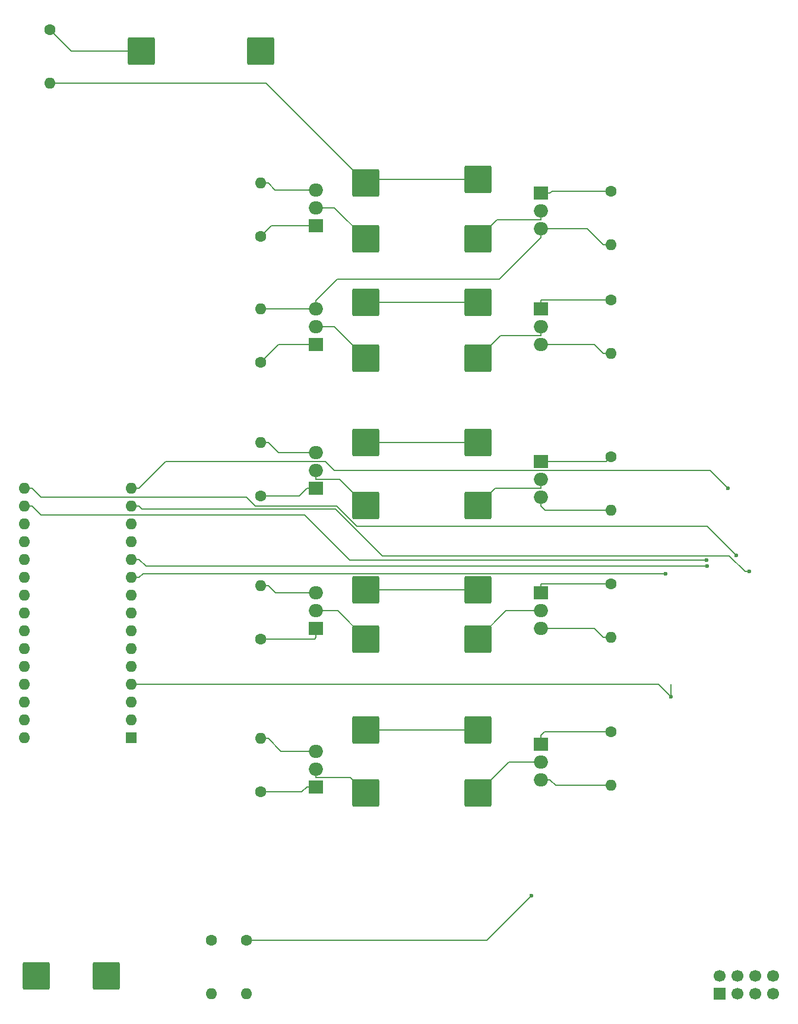
<source format=gbl>
G04 #@! TF.GenerationSoftware,KiCad,Pcbnew,9.0.1*
G04 #@! TF.CreationDate,2025-05-09T02:34:20+02:00*
G04 #@! TF.ProjectId,receiver_battery,72656365-6976-4657-925f-626174746572,rev?*
G04 #@! TF.SameCoordinates,Original*
G04 #@! TF.FileFunction,Copper,L2,Bot*
G04 #@! TF.FilePolarity,Positive*
%FSLAX46Y46*%
G04 Gerber Fmt 4.6, Leading zero omitted, Abs format (unit mm)*
G04 Created by KiCad (PCBNEW 9.0.1) date 2025-05-09 02:34:20*
%MOMM*%
%LPD*%
G01*
G04 APERTURE LIST*
G04 Aperture macros list*
%AMRoundRect*
0 Rectangle with rounded corners*
0 $1 Rounding radius*
0 $2 $3 $4 $5 $6 $7 $8 $9 X,Y pos of 4 corners*
0 Add a 4 corners polygon primitive as box body*
4,1,4,$2,$3,$4,$5,$6,$7,$8,$9,$2,$3,0*
0 Add four circle primitives for the rounded corners*
1,1,$1+$1,$2,$3*
1,1,$1+$1,$4,$5*
1,1,$1+$1,$6,$7*
1,1,$1+$1,$8,$9*
0 Add four rect primitives between the rounded corners*
20,1,$1+$1,$2,$3,$4,$5,0*
20,1,$1+$1,$4,$5,$6,$7,0*
20,1,$1+$1,$6,$7,$8,$9,0*
20,1,$1+$1,$8,$9,$2,$3,0*%
G04 Aperture macros list end*
G04 #@! TA.AperFunction,ComponentPad*
%ADD10R,2.000000X1.905000*%
G04 #@! TD*
G04 #@! TA.AperFunction,ComponentPad*
%ADD11O,2.000000X1.905000*%
G04 #@! TD*
G04 #@! TA.AperFunction,ComponentPad*
%ADD12RoundRect,0.250002X-1.699998X1.699998X-1.699998X-1.699998X1.699998X-1.699998X1.699998X1.699998X0*%
G04 #@! TD*
G04 #@! TA.AperFunction,ComponentPad*
%ADD13C,1.600000*%
G04 #@! TD*
G04 #@! TA.AperFunction,ComponentPad*
%ADD14O,1.600000X1.600000*%
G04 #@! TD*
G04 #@! TA.AperFunction,ComponentPad*
%ADD15RoundRect,0.250002X-1.699998X-1.699998X1.699998X-1.699998X1.699998X1.699998X-1.699998X1.699998X0*%
G04 #@! TD*
G04 #@! TA.AperFunction,ComponentPad*
%ADD16RoundRect,0.250002X1.699998X-1.699998X1.699998X1.699998X-1.699998X1.699998X-1.699998X-1.699998X0*%
G04 #@! TD*
G04 #@! TA.AperFunction,ComponentPad*
%ADD17R,1.600000X1.600000*%
G04 #@! TD*
G04 #@! TA.AperFunction,ComponentPad*
%ADD18R,1.700000X1.700000*%
G04 #@! TD*
G04 #@! TA.AperFunction,ComponentPad*
%ADD19C,1.700000*%
G04 #@! TD*
G04 #@! TA.AperFunction,ViaPad*
%ADD20C,0.600000*%
G04 #@! TD*
G04 #@! TA.AperFunction,Conductor*
%ADD21C,0.200000*%
G04 #@! TD*
G04 APERTURE END LIST*
D10*
G04 #@! TO.P,NPN1_5,1,G*
G04 #@! TO.N,pwm1*
X102000000Y-150000000D03*
D11*
G04 #@! TO.P,NPN1_5,2,D*
G04 #@! TO.N,Net-(NPN1_5-D)*
X102000000Y-152540000D03*
G04 #@! TO.P,NPN1_5,3,S*
G04 #@! TO.N,GND_transformer*
X102000000Y-155080000D03*
G04 #@! TD*
D12*
G04 #@! TO.P,V-led1_4,1,Pin_1*
G04 #@! TO.N,Net-(NPN1_4-D)*
X93000000Y-135000000D03*
G04 #@! TD*
D10*
G04 #@! TO.P,NPN2_3,1,G*
G04 #@! TO.N,pwm2*
X69945000Y-113540000D03*
D11*
G04 #@! TO.P,NPN2_3,2,D*
G04 #@! TO.N,Net-(NPN2_3-D)*
X69945000Y-111000000D03*
G04 #@! TO.P,NPN2_3,3,S*
G04 #@! TO.N,GND_transformer*
X69945000Y-108460000D03*
G04 #@! TD*
D13*
G04 #@! TO.P,PullDown2_3,1*
G04 #@! TO.N,pwm2*
X62000000Y-114620000D03*
D14*
G04 #@! TO.P,PullDown2_3,2*
G04 #@! TO.N,GND_transformer*
X62000000Y-107000000D03*
G04 #@! TD*
D15*
G04 #@! TO.P,V+_transformer1,1,Pin_1*
G04 #@! TO.N,Net-(V+_transformer1-Pin_1)*
X45000000Y-51190000D03*
G04 #@! TD*
D13*
G04 #@! TO.P,PullDown1_3,1*
G04 #@! TO.N,pwm1*
X112000000Y-109000000D03*
D14*
G04 #@! TO.P,PullDown1_3,2*
G04 #@! TO.N,GND_transformer*
X112000000Y-116620000D03*
G04 #@! TD*
D13*
G04 #@! TO.P,R2,1*
G04 #@! TO.N,pwm1*
X60000000Y-178000000D03*
D14*
G04 #@! TO.P,R2,2*
G04 #@! TO.N,Net-(A1-D3)*
X60000000Y-185620000D03*
G04 #@! TD*
D16*
G04 #@! TO.P,V-led2_3,1,Pin_1*
G04 #@! TO.N,Net-(NPN2_3-D)*
X77000000Y-116000000D03*
G04 #@! TD*
D13*
G04 #@! TO.P,PullDown2_1,1*
G04 #@! TO.N,pwm2*
X62000000Y-77620000D03*
D14*
G04 #@! TO.P,PullDown2_1,2*
G04 #@! TO.N,GND_transformer*
X62000000Y-70000000D03*
G04 #@! TD*
D12*
G04 #@! TO.P,V-led1_3,1,Pin_1*
G04 #@! TO.N,Net-(NPN1_3-D)*
X93000000Y-116000000D03*
G04 #@! TD*
D16*
G04 #@! TO.P,V+led2_3,1,Pin_1*
G04 #@! TO.N,VCC*
X77000000Y-107000000D03*
G04 #@! TD*
G04 #@! TO.P,V+led2_1,1,Pin_1*
G04 #@! TO.N,VCC*
X77000000Y-70000000D03*
G04 #@! TD*
D10*
G04 #@! TO.P,NPN1_2,1,G*
G04 #@! TO.N,pwm1*
X102000000Y-88000000D03*
D11*
G04 #@! TO.P,NPN1_2,2,D*
G04 #@! TO.N,Net-(NPN1_2-D)*
X102000000Y-90540000D03*
G04 #@! TO.P,NPN1_2,3,S*
G04 #@! TO.N,GND_transformer*
X102000000Y-93080000D03*
G04 #@! TD*
D13*
G04 #@! TO.P,PullDown2_5,1*
G04 #@! TO.N,pwm2*
X62000000Y-156810000D03*
D14*
G04 #@! TO.P,PullDown2_5,2*
G04 #@! TO.N,GND_transformer*
X62000000Y-149190000D03*
G04 #@! TD*
D13*
G04 #@! TO.P,PullDown1_1,1*
G04 #@! TO.N,pwm1*
X112000000Y-71190000D03*
D14*
G04 #@! TO.P,PullDown1_1,2*
G04 #@! TO.N,GND_transformer*
X112000000Y-78810000D03*
G04 #@! TD*
D15*
G04 #@! TO.P,V-_transformer1,1,Pin_1*
G04 #@! TO.N,GND_transformer*
X62000000Y-51190000D03*
G04 #@! TD*
D10*
G04 #@! TO.P,NPN1_1,1,G*
G04 #@! TO.N,pwm1*
X102000000Y-71460000D03*
D11*
G04 #@! TO.P,NPN1_1,2,D*
G04 #@! TO.N,Net-(NPN1_1-D)*
X102000000Y-74000000D03*
G04 #@! TO.P,NPN1_1,3,S*
G04 #@! TO.N,GND_transformer*
X102000000Y-76540000D03*
G04 #@! TD*
D12*
G04 #@! TO.P,V+led1_2,1,Pin_1*
G04 #@! TO.N,VCC*
X93000000Y-87000000D03*
G04 #@! TD*
D10*
G04 #@! TO.P,NPN1_3,1,G*
G04 #@! TO.N,pwm1*
X102000000Y-109730000D03*
D11*
G04 #@! TO.P,NPN1_3,2,D*
G04 #@! TO.N,Net-(NPN1_3-D)*
X102000000Y-112270000D03*
G04 #@! TO.P,NPN1_3,3,S*
G04 #@! TO.N,GND_transformer*
X102000000Y-114810000D03*
G04 #@! TD*
D13*
G04 #@! TO.P,R3,1*
G04 #@! TO.N,pwm2*
X55000000Y-178000000D03*
D14*
G04 #@! TO.P,R3,2*
G04 #@! TO.N,Net-(A1-D5)*
X55000000Y-185620000D03*
G04 #@! TD*
D16*
G04 #@! TO.P,V-led2_1,1,Pin_1*
G04 #@! TO.N,Net-(NPN2_1-D)*
X77000000Y-78000000D03*
G04 #@! TD*
D13*
G04 #@! TO.P,PullDown1_5,1*
G04 #@! TO.N,pwm1*
X112000000Y-148270000D03*
D14*
G04 #@! TO.P,PullDown1_5,2*
G04 #@! TO.N,GND_transformer*
X112000000Y-155890000D03*
G04 #@! TD*
D12*
G04 #@! TO.P,V+led1_3,1,Pin_1*
G04 #@! TO.N,VCC*
X93000000Y-107000000D03*
G04 #@! TD*
D13*
G04 #@! TO.P,PullDown1_4,1*
G04 #@! TO.N,pwm1*
X112000000Y-127190000D03*
D14*
G04 #@! TO.P,PullDown1_4,2*
G04 #@! TO.N,GND_transformer*
X112000000Y-134810000D03*
G04 #@! TD*
D10*
G04 #@! TO.P,NPN2_4,1,G*
G04 #@! TO.N,pwm2*
X69945000Y-133540000D03*
D11*
G04 #@! TO.P,NPN2_4,2,D*
G04 #@! TO.N,Net-(NPN2_4-D)*
X69945000Y-131000000D03*
G04 #@! TO.P,NPN2_4,3,S*
G04 #@! TO.N,GND_transformer*
X69945000Y-128460000D03*
G04 #@! TD*
D12*
G04 #@! TO.P,V+led1_5,1,Pin_1*
G04 #@! TO.N,VCC*
X93000000Y-148000000D03*
G04 #@! TD*
D10*
G04 #@! TO.P,NPN1_4,1,G*
G04 #@! TO.N,pwm1*
X102000000Y-128460000D03*
D11*
G04 #@! TO.P,NPN1_4,2,D*
G04 #@! TO.N,Net-(NPN1_4-D)*
X102000000Y-131000000D03*
G04 #@! TO.P,NPN1_4,3,S*
G04 #@! TO.N,GND_transformer*
X102000000Y-133540000D03*
G04 #@! TD*
D15*
G04 #@! TO.P,V+_arduino1,1,Pin_1*
G04 #@! TO.N,Net-(A1-VIN)*
X30000000Y-183000000D03*
G04 #@! TD*
D16*
G04 #@! TO.P,V+led2_5,1,Pin_1*
G04 #@! TO.N,VCC*
X77000000Y-148000000D03*
G04 #@! TD*
G04 #@! TO.P,V-led2_5,1,Pin_1*
G04 #@! TO.N,Net-(NPN2_5-D)*
X77000000Y-157000000D03*
G04 #@! TD*
G04 #@! TO.P,V+led2_4,1,Pin_1*
G04 #@! TO.N,VCC*
X77000000Y-128000000D03*
G04 #@! TD*
D15*
G04 #@! TO.P,GND_arduino1,1,Pin_1*
G04 #@! TO.N,Net-(GND_arduino1-Pin_1)*
X40000000Y-183000000D03*
G04 #@! TD*
D12*
G04 #@! TO.P,V-led1_5,1,Pin_1*
G04 #@! TO.N,Net-(NPN1_5-D)*
X93000000Y-157000000D03*
G04 #@! TD*
G04 #@! TO.P,V+led1_1,1,Pin_1*
G04 #@! TO.N,VCC*
X93000000Y-69540000D03*
G04 #@! TD*
G04 #@! TO.P,V+led1_4,1,Pin_1*
G04 #@! TO.N,VCC*
X93000000Y-128000000D03*
G04 #@! TD*
D17*
G04 #@! TO.P,A1,1,D1/TX*
G04 #@! TO.N,unconnected-(A1-D1{slash}TX-Pad1)*
X43610000Y-149080000D03*
D14*
G04 #@! TO.P,A1,2,D0/RX*
G04 #@! TO.N,unconnected-(A1-D0{slash}RX-Pad2)*
X43610000Y-146540000D03*
G04 #@! TO.P,A1,3,~{RESET}*
G04 #@! TO.N,unconnected-(A1-~{RESET}-Pad3)*
X43610000Y-144000000D03*
G04 #@! TO.P,A1,4,GND*
G04 #@! TO.N,Net-(U1-GND)*
X43610000Y-141460000D03*
G04 #@! TO.P,A1,5,D2*
G04 #@! TO.N,unconnected-(A1-D2-Pad5)*
X43610000Y-138920000D03*
G04 #@! TO.P,A1,6,D3*
G04 #@! TO.N,Net-(A1-D3)*
X43610000Y-136380000D03*
G04 #@! TO.P,A1,7,D4*
G04 #@! TO.N,unconnected-(A1-D4-Pad7)*
X43610000Y-133840000D03*
G04 #@! TO.P,A1,8,D5*
G04 #@! TO.N,Net-(A1-D5)*
X43610000Y-131300000D03*
G04 #@! TO.P,A1,9,D6*
G04 #@! TO.N,unconnected-(A1-D6-Pad9)*
X43610000Y-128760000D03*
G04 #@! TO.P,A1,10,D7*
G04 #@! TO.N,Net-(A1-D7)*
X43610000Y-126220000D03*
G04 #@! TO.P,A1,11,D8*
G04 #@! TO.N,Net-(A1-D8)*
X43610000Y-123680000D03*
G04 #@! TO.P,A1,12,D9*
G04 #@! TO.N,unconnected-(A1-D9-Pad12)*
X43610000Y-121140000D03*
G04 #@! TO.P,A1,13,D10*
G04 #@! TO.N,unconnected-(A1-D10-Pad13)*
X43610000Y-118600000D03*
G04 #@! TO.P,A1,14,D11*
G04 #@! TO.N,Net-(A1-D11)*
X43610000Y-116060000D03*
G04 #@! TO.P,A1,15,D12*
G04 #@! TO.N,Net-(A1-D12)*
X43610000Y-113520000D03*
G04 #@! TO.P,A1,16,D13*
G04 #@! TO.N,Net-(A1-D13)*
X28370000Y-113520000D03*
G04 #@! TO.P,A1,17,3V3*
G04 #@! TO.N,Net-(A1-3V3)*
X28370000Y-116060000D03*
G04 #@! TO.P,A1,18,AREF*
G04 #@! TO.N,unconnected-(A1-AREF-Pad18)*
X28370000Y-118600000D03*
G04 #@! TO.P,A1,19,A0*
G04 #@! TO.N,unconnected-(A1-A0-Pad19)*
X28370000Y-121140000D03*
G04 #@! TO.P,A1,20,A1*
G04 #@! TO.N,unconnected-(A1-A1-Pad20)*
X28370000Y-123680000D03*
G04 #@! TO.P,A1,21,A2*
G04 #@! TO.N,unconnected-(A1-A2-Pad21)*
X28370000Y-126220000D03*
G04 #@! TO.P,A1,22,A3*
G04 #@! TO.N,unconnected-(A1-A3-Pad22)*
X28370000Y-128760000D03*
G04 #@! TO.P,A1,23,A4*
G04 #@! TO.N,unconnected-(A1-A4-Pad23)*
X28370000Y-131300000D03*
G04 #@! TO.P,A1,24,A5*
G04 #@! TO.N,unconnected-(A1-A5-Pad24)*
X28370000Y-133840000D03*
G04 #@! TO.P,A1,25,A6*
G04 #@! TO.N,unconnected-(A1-A6-Pad25)*
X28370000Y-136380000D03*
G04 #@! TO.P,A1,26,A7*
G04 #@! TO.N,unconnected-(A1-A7-Pad26)*
X28370000Y-138920000D03*
G04 #@! TO.P,A1,27,+5V*
G04 #@! TO.N,unconnected-(A1-+5V-Pad27)*
X28370000Y-141460000D03*
G04 #@! TO.P,A1,28,~{RESET}*
G04 #@! TO.N,unconnected-(A1-~{RESET}-Pad28)*
X28370000Y-144000000D03*
G04 #@! TO.P,A1,29,GND*
G04 #@! TO.N,Net-(GND_arduino1-Pin_1)*
X28370000Y-146540000D03*
G04 #@! TO.P,A1,30,VIN*
G04 #@! TO.N,Net-(A1-VIN)*
X28370000Y-149080000D03*
G04 #@! TD*
D16*
G04 #@! TO.P,V+led2_2,1,Pin_1*
G04 #@! TO.N,VCC*
X77000000Y-87000000D03*
G04 #@! TD*
G04 #@! TO.P,V-led2_4,1,Pin_1*
G04 #@! TO.N,Net-(NPN2_4-D)*
X77000000Y-135000000D03*
G04 #@! TD*
D12*
G04 #@! TO.P,V-led1_1,1,Pin_1*
G04 #@! TO.N,Net-(NPN1_1-D)*
X93000000Y-78000000D03*
G04 #@! TD*
D18*
G04 #@! TO.P,U1,1,GND*
G04 #@! TO.N,Net-(U1-GND)*
X127460000Y-185540000D03*
D19*
G04 #@! TO.P,U1,2,VCC*
G04 #@! TO.N,Net-(A1-3V3)*
X127460000Y-183000000D03*
G04 #@! TO.P,U1,3,CE*
G04 #@! TO.N,Net-(A1-D7)*
X130000000Y-185540000D03*
G04 #@! TO.P,U1,4,~{CSN}*
G04 #@! TO.N,Net-(A1-D8)*
X130000000Y-183000000D03*
G04 #@! TO.P,U1,5,SCK*
G04 #@! TO.N,Net-(A1-D13)*
X132540000Y-185540000D03*
G04 #@! TO.P,U1,6,MOSI*
G04 #@! TO.N,Net-(A1-D11)*
X132540000Y-183000000D03*
G04 #@! TO.P,U1,7,MISO*
G04 #@! TO.N,Net-(A1-D12)*
X135080000Y-185540000D03*
G04 #@! TO.P,U1,8,IRQ*
G04 #@! TO.N,unconnected-(U1-IRQ-Pad8)*
X135080000Y-183000000D03*
G04 #@! TD*
D13*
G04 #@! TO.P,PullDown1_2,1*
G04 #@! TO.N,pwm1*
X112000000Y-86730000D03*
D14*
G04 #@! TO.P,PullDown1_2,2*
G04 #@! TO.N,GND_transformer*
X112000000Y-94350000D03*
G04 #@! TD*
D10*
G04 #@! TO.P,NPN2_1,1,G*
G04 #@! TO.N,pwm2*
X69945000Y-76080000D03*
D11*
G04 #@! TO.P,NPN2_1,2,D*
G04 #@! TO.N,Net-(NPN2_1-D)*
X69945000Y-73540000D03*
G04 #@! TO.P,NPN2_1,3,S*
G04 #@! TO.N,GND_transformer*
X69945000Y-71000000D03*
G04 #@! TD*
D13*
G04 #@! TO.P,R1,1*
G04 #@! TO.N,Net-(V+_transformer1-Pin_1)*
X32000000Y-48190000D03*
D14*
G04 #@! TO.P,R1,2*
G04 #@! TO.N,VCC*
X32000000Y-55810000D03*
G04 #@! TD*
D10*
G04 #@! TO.P,NPN2_2,1,G*
G04 #@! TO.N,pwm2*
X69945000Y-93080000D03*
D11*
G04 #@! TO.P,NPN2_2,2,D*
G04 #@! TO.N,Net-(NPN2_2-D)*
X69945000Y-90540000D03*
G04 #@! TO.P,NPN2_2,3,S*
G04 #@! TO.N,GND_transformer*
X69945000Y-88000000D03*
G04 #@! TD*
D12*
G04 #@! TO.P,V-led1_2,1,Pin_1*
G04 #@! TO.N,Net-(NPN1_2-D)*
X93000000Y-95000000D03*
G04 #@! TD*
D10*
G04 #@! TO.P,NPN2_5,1,G*
G04 #@! TO.N,pwm2*
X69945000Y-156080000D03*
D11*
G04 #@! TO.P,NPN2_5,2,D*
G04 #@! TO.N,Net-(NPN2_5-D)*
X69945000Y-153540000D03*
G04 #@! TO.P,NPN2_5,3,S*
G04 #@! TO.N,GND_transformer*
X69945000Y-151000000D03*
G04 #@! TD*
D13*
G04 #@! TO.P,PullDown2_4,1*
G04 #@! TO.N,pwm2*
X62000000Y-135000000D03*
D14*
G04 #@! TO.P,PullDown2_4,2*
G04 #@! TO.N,GND_transformer*
X62000000Y-127380000D03*
G04 #@! TD*
D16*
G04 #@! TO.P,V-led2_2,1,Pin_1*
G04 #@! TO.N,Net-(NPN2_2-D)*
X77000000Y-95000000D03*
G04 #@! TD*
D13*
G04 #@! TO.P,PullDown2_2,1*
G04 #@! TO.N,pwm2*
X62000000Y-95620000D03*
D14*
G04 #@! TO.P,PullDown2_2,2*
G04 #@! TO.N,GND_transformer*
X62000000Y-88000000D03*
G04 #@! TD*
D20*
G04 #@! TO.N,Net-(A1-D12)*
X128688300Y-113551500D03*
G04 #@! TO.N,Net-(A1-3V3)*
X125614900Y-123784500D03*
G04 #@! TO.N,Net-(A1-D13)*
X129854100Y-123091200D03*
G04 #@! TO.N,Net-(A1-D11)*
X131668800Y-125413100D03*
G04 #@! TO.N,Net-(A1-D8)*
X125732400Y-124647900D03*
G04 #@! TO.N,pwm1*
X100638500Y-171634200D03*
G04 #@! TO.N,Net-(U1-GND)*
X120541900Y-143205500D03*
G04 #@! TO.N,Net-(A1-D7)*
X119746800Y-125687300D03*
G04 #@! TD*
D21*
G04 #@! TO.N,Net-(A1-D12)*
X72565800Y-110999900D02*
X126136700Y-110999900D01*
X44711700Y-113520000D02*
X48500200Y-109731500D01*
X71297400Y-109731500D02*
X72565800Y-110999900D01*
X126136700Y-110999900D02*
X128688300Y-113551500D01*
X43610000Y-113520000D02*
X44711700Y-113520000D01*
X48500200Y-109731500D02*
X71297400Y-109731500D01*
G04 #@! TO.N,Net-(A1-3V3)*
X28370000Y-116060000D02*
X29471700Y-116060000D01*
X29471700Y-116060000D02*
X30741700Y-117330000D01*
X74734400Y-123784500D02*
X125614900Y-123784500D01*
X68279900Y-117330000D02*
X74734400Y-123784500D01*
X30741700Y-117330000D02*
X68279900Y-117330000D01*
G04 #@! TO.N,pwm2*
X69945000Y-156080000D02*
X68643300Y-156080000D01*
X64540000Y-93080000D02*
X62000000Y-95620000D01*
X67563300Y-114620000D02*
X68643300Y-113540000D01*
X69945000Y-93080000D02*
X64540000Y-93080000D01*
X63540000Y-76080000D02*
X62000000Y-77620000D01*
X62000000Y-156810000D02*
X67913300Y-156810000D01*
X62000000Y-114620000D02*
X67563300Y-114620000D01*
X62000000Y-135000000D02*
X69739200Y-135000000D01*
X69739200Y-135000000D02*
X69945000Y-134794200D01*
X69945000Y-76080000D02*
X63540000Y-76080000D01*
X69945000Y-133540000D02*
X69945000Y-134794200D01*
X69945000Y-113540000D02*
X68643300Y-113540000D01*
X67913300Y-156810000D02*
X68643300Y-156080000D01*
G04 #@! TO.N,Net-(A1-D13)*
X125667600Y-118904700D02*
X75723100Y-118904700D01*
X72878400Y-116060000D02*
X61229300Y-116060000D01*
X59959300Y-114790000D02*
X30741700Y-114790000D01*
X28370000Y-113520000D02*
X29471700Y-113520000D01*
X30741700Y-114790000D02*
X29471700Y-113520000D01*
X61229300Y-116060000D02*
X59959300Y-114790000D01*
X129854100Y-123091200D02*
X125667600Y-118904700D01*
X75723100Y-118904700D02*
X72878400Y-116060000D01*
G04 #@! TO.N,Net-(A1-D11)*
X43610000Y-116060000D02*
X44711700Y-116060000D01*
X128827800Y-123140000D02*
X131100900Y-125413100D01*
X79390400Y-123140000D02*
X128827800Y-123140000D01*
X131100900Y-125413100D02*
X131668800Y-125413100D01*
X45113400Y-116461700D02*
X72712100Y-116461700D01*
X72712100Y-116461700D02*
X79390400Y-123140000D01*
X44711700Y-116060000D02*
X45113400Y-116461700D01*
G04 #@! TO.N,Net-(A1-D8)*
X44711700Y-123680000D02*
X45679600Y-124647900D01*
X45679600Y-124647900D02*
X125732400Y-124647900D01*
X43610000Y-123680000D02*
X44711700Y-123680000D01*
G04 #@! TO.N,pwm1*
X112000000Y-86730000D02*
X102015800Y-86730000D01*
X102000000Y-109730000D02*
X111270000Y-109730000D01*
X102000000Y-88000000D02*
X102000000Y-86745800D01*
X111270000Y-109730000D02*
X112000000Y-109000000D01*
X94272700Y-178000000D02*
X60000000Y-178000000D01*
X112000000Y-148270000D02*
X102475800Y-148270000D01*
X102015800Y-86730000D02*
X102000000Y-86745800D01*
X100638500Y-171634200D02*
X94272700Y-178000000D01*
X102000000Y-128460000D02*
X102000000Y-127205800D01*
X102000000Y-150000000D02*
X102000000Y-148745800D01*
X102000000Y-71460000D02*
X103301700Y-71460000D01*
X102015800Y-127190000D02*
X102000000Y-127205800D01*
X112000000Y-71190000D02*
X103571700Y-71190000D01*
X112000000Y-127190000D02*
X102015800Y-127190000D01*
X103571700Y-71190000D02*
X103301700Y-71460000D01*
X102475800Y-148270000D02*
X102000000Y-148745800D01*
G04 #@! TO.N,Net-(U1-GND)*
X120541900Y-143205500D02*
X120541900Y-141460000D01*
X118796400Y-141460000D02*
X120541900Y-143205500D01*
X43610000Y-141460000D02*
X118796400Y-141460000D01*
X120541900Y-141460000D02*
X120541900Y-143205500D01*
G04 #@! TO.N,Net-(A1-D7)*
X43610000Y-126220000D02*
X44711700Y-126220000D01*
X45244400Y-125687300D02*
X119746800Y-125687300D01*
X44711700Y-126220000D02*
X45244400Y-125687300D01*
G04 #@! TO.N,GND_transformer*
X69945000Y-88000000D02*
X69945000Y-86745800D01*
X102000000Y-155080000D02*
X103200900Y-155080000D01*
X62000000Y-70000000D02*
X63101700Y-70000000D01*
X64181700Y-128460000D02*
X63101700Y-127380000D01*
X102000000Y-114810000D02*
X102000000Y-116064200D01*
X69945000Y-151000000D02*
X64911700Y-151000000D01*
X69945000Y-108460000D02*
X64561700Y-108460000D01*
X102000000Y-76540000D02*
X102000000Y-77794200D01*
X102000000Y-133540000D02*
X109628300Y-133540000D01*
X112000000Y-94350000D02*
X110898300Y-94350000D01*
X109628300Y-133540000D02*
X110898300Y-134810000D01*
X69945000Y-88000000D02*
X62000000Y-88000000D01*
X72946300Y-83744500D02*
X69945000Y-86745800D01*
X104111700Y-155890000D02*
X103301700Y-155080000D01*
X96049700Y-83744500D02*
X72946300Y-83744500D01*
X110898300Y-94350000D02*
X109628300Y-93080000D01*
X62000000Y-107000000D02*
X63101700Y-107000000D01*
X108628300Y-76540000D02*
X110898300Y-78810000D01*
X103300200Y-155080000D02*
X103301700Y-155080000D01*
X112000000Y-134810000D02*
X110898300Y-134810000D01*
X64911700Y-151000000D02*
X63101700Y-149190000D01*
X102000000Y-77794200D02*
X96049700Y-83744500D01*
X62000000Y-127380000D02*
X63101700Y-127380000D01*
X109628300Y-93080000D02*
X102000000Y-93080000D01*
X64101700Y-71000000D02*
X63101700Y-70000000D01*
X112000000Y-155890000D02*
X104111700Y-155890000D01*
X103200900Y-155080000D02*
X103300200Y-155080000D01*
X112000000Y-78810000D02*
X110898300Y-78810000D01*
X102000000Y-76540000D02*
X108628300Y-76540000D01*
X69945000Y-71000000D02*
X64101700Y-71000000D01*
X64561700Y-108460000D02*
X63101700Y-107000000D01*
X112000000Y-116620000D02*
X102555800Y-116620000D01*
X62000000Y-149190000D02*
X63101700Y-149190000D01*
X69945000Y-128460000D02*
X64181700Y-128460000D01*
X102555800Y-116620000D02*
X102000000Y-116064200D01*
G04 #@! TO.N,VCC*
X93000000Y-148000000D02*
X77000000Y-148000000D01*
X77000000Y-87000000D02*
X93000000Y-87000000D01*
X77460000Y-69540000D02*
X77000000Y-70000000D01*
X77000000Y-107000000D02*
X93000000Y-107000000D01*
X32000000Y-55810000D02*
X62810000Y-55810000D01*
X93000000Y-69540000D02*
X77460000Y-69540000D01*
X62810000Y-55810000D02*
X77000000Y-70000000D01*
X77000000Y-128000000D02*
X93000000Y-128000000D01*
G04 #@! TO.N,Net-(NPN1_1-D)*
X102000000Y-74000000D02*
X102000000Y-75254200D01*
X95745800Y-75254200D02*
X93000000Y-78000000D01*
X102000000Y-75254200D02*
X95745800Y-75254200D01*
G04 #@! TO.N,Net-(V+_transformer1-Pin_1)*
X45000000Y-51190000D02*
X35000000Y-51190000D01*
X35000000Y-51190000D02*
X32000000Y-48190000D01*
G04 #@! TO.N,Net-(NPN1_2-D)*
X96205800Y-91794200D02*
X102000000Y-91794200D01*
X102000000Y-90540000D02*
X102000000Y-91794200D01*
X93000000Y-95000000D02*
X96205800Y-91794200D01*
G04 #@! TO.N,Net-(NPN1_3-D)*
X93000000Y-116000000D02*
X95475800Y-113524200D01*
X95475800Y-113524200D02*
X102000000Y-113524200D01*
X102000000Y-112270000D02*
X102000000Y-113524200D01*
G04 #@! TO.N,Net-(NPN1_4-D)*
X97000000Y-131000000D02*
X102000000Y-131000000D01*
X93000000Y-135000000D02*
X97000000Y-131000000D01*
G04 #@! TO.N,Net-(NPN1_5-D)*
X93000000Y-157000000D02*
X97460000Y-152540000D01*
X97460000Y-152540000D02*
X102000000Y-152540000D01*
G04 #@! TO.N,Net-(NPN2_1-D)*
X72540000Y-73540000D02*
X77000000Y-78000000D01*
X69945000Y-73540000D02*
X72540000Y-73540000D01*
G04 #@! TO.N,Net-(NPN2_2-D)*
X72540000Y-90540000D02*
X77000000Y-95000000D01*
X69945000Y-90540000D02*
X72540000Y-90540000D01*
G04 #@! TO.N,Net-(NPN2_3-D)*
X73254200Y-112254200D02*
X77000000Y-116000000D01*
X69945000Y-112254200D02*
X73254200Y-112254200D01*
X69945000Y-111000000D02*
X69945000Y-112254200D01*
G04 #@! TO.N,Net-(NPN2_4-D)*
X73000000Y-131000000D02*
X77000000Y-135000000D01*
X69945000Y-131000000D02*
X73000000Y-131000000D01*
G04 #@! TO.N,Net-(NPN2_5-D)*
X77000000Y-157000000D02*
X74794200Y-154794200D01*
X74794200Y-154794200D02*
X69945000Y-154794200D01*
X69945000Y-153540000D02*
X69945000Y-154794200D01*
G04 #@! TD*
M02*

</source>
